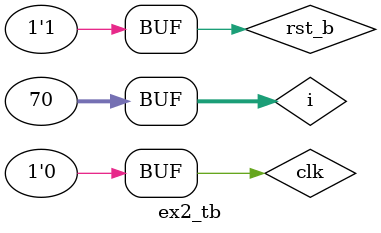
<source format=v>
module dff(input clk, input rst_b, input set, input d, output reg q);
  always@(posedge clk, negedge rst_b,negedge set)begin
    if(!set)begin
      q<=1;
    end
    else if(!rst_b)begin
      q<=0;
    end
    else q<=d;
  end
endmodule

module ex2(input clk, input rst_b, output [3:0]q);

  generate
  genvar i;
  for(i=0;i<4;i=i+1)begin : loop
    if(i==0) dff d1(.clk(clk),.set(rst_b),.d(q[3]),.q(q[i]));
    else dff d2(.clk(clk),.set(rst_b),.d(q[i-1]^q[3]),.q(q[i]));
  end  
  endgenerate

endmodule


module ex2_tb;
  
  reg clk, rst_b;
  wire [3:0]q;
  
  ex2 dut (
    .clk(clk),
    .rst_b(rst_b),
    .q(q)
  );
  
  initial begin
    clk = 0;
    rst_b = 0;
  end
  
  integer i;
  initial begin
    for(i=0;i<70;i=i+1) begin
      #50 clk = ~clk;
    end
  end
  
  initial begin
    #25 rst_b = 1;
  end
  
endmodule

</source>
